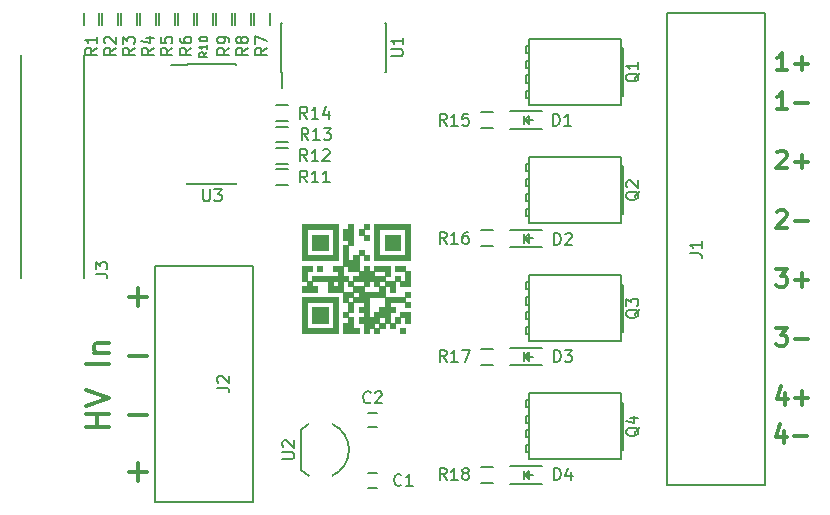
<source format=gbr>
G04 #@! TF.FileFunction,Legend,Top*
%FSLAX46Y46*%
G04 Gerber Fmt 4.6, Leading zero omitted, Abs format (unit mm)*
G04 Created by KiCad (PCBNEW 4.0.2+e4-6225~38~ubuntu14.04.1-stable) date Fri 29 Jul 2016 12:50:15 AM PDT*
%MOMM*%
G01*
G04 APERTURE LIST*
%ADD10C,0.100000*%
%ADD11C,0.300000*%
%ADD12C,0.150000*%
%ADD13C,0.152400*%
%ADD14C,0.010000*%
G04 APERTURE END LIST*
D10*
D11*
X110604762Y-105071429D02*
X108604762Y-105071429D01*
X109557143Y-105071429D02*
X109557143Y-103928571D01*
X110604762Y-103928571D02*
X108604762Y-103928571D01*
X108604762Y-103261905D02*
X110604762Y-102595238D01*
X108604762Y-101928571D01*
X110604762Y-99738095D02*
X108604762Y-99738095D01*
X109271429Y-98785714D02*
X110604762Y-98785714D01*
X109461905Y-98785714D02*
X109366667Y-98690475D01*
X109271429Y-98499999D01*
X109271429Y-98214285D01*
X109366667Y-98023809D01*
X109557143Y-97928571D01*
X110604762Y-97928571D01*
X112238095Y-104042857D02*
X113761905Y-104042857D01*
X112238095Y-99042857D02*
X113761905Y-99042857D01*
X112238095Y-94042857D02*
X113761905Y-94042857D01*
X113000000Y-94804762D02*
X113000000Y-93280952D01*
X112238095Y-108842857D02*
X113761905Y-108842857D01*
X113000000Y-109604762D02*
X113000000Y-108080952D01*
X168000000Y-74878571D02*
X167142857Y-74878571D01*
X167571429Y-74878571D02*
X167571429Y-73378571D01*
X167428572Y-73592857D01*
X167285714Y-73735714D01*
X167142857Y-73807143D01*
X168642857Y-74307143D02*
X169785714Y-74307143D01*
X169214285Y-74878571D02*
X169214285Y-73735714D01*
X168000000Y-78178571D02*
X167142857Y-78178571D01*
X167571429Y-78178571D02*
X167571429Y-76678571D01*
X167428572Y-76892857D01*
X167285714Y-77035714D01*
X167142857Y-77107143D01*
X168642857Y-77607143D02*
X169785714Y-77607143D01*
X167142857Y-81821429D02*
X167214286Y-81750000D01*
X167357143Y-81678571D01*
X167714286Y-81678571D01*
X167857143Y-81750000D01*
X167928572Y-81821429D01*
X168000000Y-81964286D01*
X168000000Y-82107143D01*
X167928572Y-82321429D01*
X167071429Y-83178571D01*
X168000000Y-83178571D01*
X168642857Y-82607143D02*
X169785714Y-82607143D01*
X169214285Y-83178571D02*
X169214285Y-82035714D01*
X167142857Y-86821429D02*
X167214286Y-86750000D01*
X167357143Y-86678571D01*
X167714286Y-86678571D01*
X167857143Y-86750000D01*
X167928572Y-86821429D01*
X168000000Y-86964286D01*
X168000000Y-87107143D01*
X167928572Y-87321429D01*
X167071429Y-88178571D01*
X168000000Y-88178571D01*
X168642857Y-87607143D02*
X169785714Y-87607143D01*
X167071429Y-91678571D02*
X168000000Y-91678571D01*
X167500000Y-92250000D01*
X167714286Y-92250000D01*
X167857143Y-92321429D01*
X167928572Y-92392857D01*
X168000000Y-92535714D01*
X168000000Y-92892857D01*
X167928572Y-93035714D01*
X167857143Y-93107143D01*
X167714286Y-93178571D01*
X167285714Y-93178571D01*
X167142857Y-93107143D01*
X167071429Y-93035714D01*
X168642857Y-92607143D02*
X169785714Y-92607143D01*
X169214285Y-93178571D02*
X169214285Y-92035714D01*
X167071429Y-96678571D02*
X168000000Y-96678571D01*
X167500000Y-97250000D01*
X167714286Y-97250000D01*
X167857143Y-97321429D01*
X167928572Y-97392857D01*
X168000000Y-97535714D01*
X168000000Y-97892857D01*
X167928572Y-98035714D01*
X167857143Y-98107143D01*
X167714286Y-98178571D01*
X167285714Y-98178571D01*
X167142857Y-98107143D01*
X167071429Y-98035714D01*
X168642857Y-97607143D02*
X169785714Y-97607143D01*
X167857143Y-102178571D02*
X167857143Y-103178571D01*
X167500000Y-101607143D02*
X167142857Y-102678571D01*
X168071429Y-102678571D01*
X168642857Y-102607143D02*
X169785714Y-102607143D01*
X169214285Y-103178571D02*
X169214285Y-102035714D01*
X167757143Y-105378571D02*
X167757143Y-106378571D01*
X167400000Y-104807143D02*
X167042857Y-105878571D01*
X167971429Y-105878571D01*
X168542857Y-105807143D02*
X169685714Y-105807143D01*
D12*
X108425000Y-71000000D02*
X108425000Y-70000000D01*
X109775000Y-70000000D02*
X109775000Y-71000000D01*
X110025000Y-71000000D02*
X110025000Y-70000000D01*
X111375000Y-70000000D02*
X111375000Y-71000000D01*
X111625000Y-71000000D02*
X111625000Y-70000000D01*
X112975000Y-70000000D02*
X112975000Y-71000000D01*
X113225000Y-71000000D02*
X113225000Y-70000000D01*
X114575000Y-70000000D02*
X114575000Y-71000000D01*
X114825000Y-71000000D02*
X114825000Y-70000000D01*
X116175000Y-70000000D02*
X116175000Y-71000000D01*
X116425000Y-71000000D02*
X116425000Y-70000000D01*
X117775000Y-70000000D02*
X117775000Y-71000000D01*
X153900000Y-73000000D02*
X154100000Y-73000000D01*
X154100000Y-73000000D02*
X154100000Y-77000000D01*
X154100000Y-77000000D02*
X153900000Y-77000000D01*
X146100000Y-76600000D02*
X145900000Y-76600000D01*
X145900000Y-76600000D02*
X145900000Y-77200000D01*
X145900000Y-77200000D02*
X146100000Y-77200000D01*
X146100000Y-75300000D02*
X145900000Y-75300000D01*
X145900000Y-75300000D02*
X145900000Y-75900000D01*
X145900000Y-75900000D02*
X146100000Y-75900000D01*
X146100000Y-74100000D02*
X145900000Y-74100000D01*
X145900000Y-74100000D02*
X145900000Y-74700000D01*
X145900000Y-74700000D02*
X146100000Y-74700000D01*
X146100000Y-72800000D02*
X145900000Y-72800000D01*
X145900000Y-72800000D02*
X145900000Y-73400000D01*
X145900000Y-73400000D02*
X146100000Y-73400000D01*
X153900000Y-72200000D02*
X153900000Y-77800000D01*
X153900000Y-77800000D02*
X146100000Y-77800000D01*
X146100000Y-77800000D02*
X146100000Y-72200000D01*
X146100000Y-72200000D02*
X153900000Y-72200000D01*
X153900000Y-83000000D02*
X154100000Y-83000000D01*
X154100000Y-83000000D02*
X154100000Y-87000000D01*
X154100000Y-87000000D02*
X153900000Y-87000000D01*
X146100000Y-86600000D02*
X145900000Y-86600000D01*
X145900000Y-86600000D02*
X145900000Y-87200000D01*
X145900000Y-87200000D02*
X146100000Y-87200000D01*
X146100000Y-85300000D02*
X145900000Y-85300000D01*
X145900000Y-85300000D02*
X145900000Y-85900000D01*
X145900000Y-85900000D02*
X146100000Y-85900000D01*
X146100000Y-84100000D02*
X145900000Y-84100000D01*
X145900000Y-84100000D02*
X145900000Y-84700000D01*
X145900000Y-84700000D02*
X146100000Y-84700000D01*
X146100000Y-82800000D02*
X145900000Y-82800000D01*
X145900000Y-82800000D02*
X145900000Y-83400000D01*
X145900000Y-83400000D02*
X146100000Y-83400000D01*
X153900000Y-82200000D02*
X153900000Y-87800000D01*
X153900000Y-87800000D02*
X146100000Y-87800000D01*
X146100000Y-87800000D02*
X146100000Y-82200000D01*
X146100000Y-82200000D02*
X153900000Y-82200000D01*
X153900000Y-93000000D02*
X154100000Y-93000000D01*
X154100000Y-93000000D02*
X154100000Y-97000000D01*
X154100000Y-97000000D02*
X153900000Y-97000000D01*
X146100000Y-96600000D02*
X145900000Y-96600000D01*
X145900000Y-96600000D02*
X145900000Y-97200000D01*
X145900000Y-97200000D02*
X146100000Y-97200000D01*
X146100000Y-95300000D02*
X145900000Y-95300000D01*
X145900000Y-95300000D02*
X145900000Y-95900000D01*
X145900000Y-95900000D02*
X146100000Y-95900000D01*
X146100000Y-94100000D02*
X145900000Y-94100000D01*
X145900000Y-94100000D02*
X145900000Y-94700000D01*
X145900000Y-94700000D02*
X146100000Y-94700000D01*
X146100000Y-92800000D02*
X145900000Y-92800000D01*
X145900000Y-92800000D02*
X145900000Y-93400000D01*
X145900000Y-93400000D02*
X146100000Y-93400000D01*
X153900000Y-92200000D02*
X153900000Y-97800000D01*
X153900000Y-97800000D02*
X146100000Y-97800000D01*
X146100000Y-97800000D02*
X146100000Y-92200000D01*
X146100000Y-92200000D02*
X153900000Y-92200000D01*
X153900000Y-103000000D02*
X154100000Y-103000000D01*
X154100000Y-103000000D02*
X154100000Y-107000000D01*
X154100000Y-107000000D02*
X153900000Y-107000000D01*
X146100000Y-106600000D02*
X145900000Y-106600000D01*
X145900000Y-106600000D02*
X145900000Y-107200000D01*
X145900000Y-107200000D02*
X146100000Y-107200000D01*
X146100000Y-105300000D02*
X145900000Y-105300000D01*
X145900000Y-105300000D02*
X145900000Y-105900000D01*
X145900000Y-105900000D02*
X146100000Y-105900000D01*
X146100000Y-104100000D02*
X145900000Y-104100000D01*
X145900000Y-104100000D02*
X145900000Y-104700000D01*
X145900000Y-104700000D02*
X146100000Y-104700000D01*
X146100000Y-102800000D02*
X145900000Y-102800000D01*
X145900000Y-102800000D02*
X145900000Y-103400000D01*
X145900000Y-103400000D02*
X146100000Y-103400000D01*
X153900000Y-102200000D02*
X153900000Y-107800000D01*
X153900000Y-107800000D02*
X146100000Y-107800000D01*
X146100000Y-107800000D02*
X146100000Y-102200000D01*
X146100000Y-102200000D02*
X153900000Y-102200000D01*
D13*
X166150000Y-70000000D02*
X166150000Y-110000000D01*
X157850000Y-70000000D02*
X157850000Y-110000000D01*
X157850000Y-110000000D02*
X166150000Y-110000000D01*
X157850000Y-70000000D02*
X166150000Y-70000000D01*
D12*
X124175000Y-70000000D02*
X124175000Y-71000000D01*
X122825000Y-71000000D02*
X122825000Y-70000000D01*
X122575000Y-70000000D02*
X122575000Y-71000000D01*
X121225000Y-71000000D02*
X121225000Y-70000000D01*
X120975000Y-70000000D02*
X120975000Y-71000000D01*
X119625000Y-71000000D02*
X119625000Y-70000000D01*
X119375000Y-70000000D02*
X119375000Y-71000000D01*
X118025000Y-71000000D02*
X118025000Y-70000000D01*
X125700000Y-84575000D02*
X124700000Y-84575000D01*
X124700000Y-83225000D02*
X125700000Y-83225000D01*
X125700000Y-82775000D02*
X124700000Y-82775000D01*
X124700000Y-81425000D02*
X125700000Y-81425000D01*
X125700000Y-80975000D02*
X124700000Y-80975000D01*
X124700000Y-79625000D02*
X125700000Y-79625000D01*
X125700000Y-79175000D02*
X124700000Y-79175000D01*
X124700000Y-77825000D02*
X125700000Y-77825000D01*
X127503010Y-104812305D02*
G75*
G03X126800000Y-105300000I996990J-2187695D01*
G01*
X127503010Y-109187695D02*
G75*
G02X126800000Y-108700000I996990J2187695D01*
G01*
X126800000Y-105300000D02*
X126800000Y-108700000D01*
X129495264Y-104816093D02*
G75*
G02X130900000Y-107000000I-995264J-2183907D01*
G01*
X129495264Y-109183907D02*
G75*
G03X130900000Y-107000000I-995264J2183907D01*
G01*
X117225000Y-74325000D02*
X117225000Y-74430000D01*
X121375000Y-74325000D02*
X121375000Y-74430000D01*
X121375000Y-84475000D02*
X121375000Y-84370000D01*
X117225000Y-84475000D02*
X117225000Y-84370000D01*
X117225000Y-74325000D02*
X121375000Y-74325000D01*
X117225000Y-84475000D02*
X121375000Y-84475000D01*
X117225000Y-74430000D02*
X115850000Y-74430000D01*
D13*
X114450000Y-111400000D02*
X114450000Y-91400000D01*
X122750000Y-111400000D02*
X122750000Y-91400000D01*
X122750000Y-91400000D02*
X114450000Y-91400000D01*
X122750000Y-111400000D02*
X114450000Y-111400000D01*
D12*
X103100000Y-92450000D02*
X103100000Y-73550000D01*
X108500000Y-92450000D02*
X108500000Y-73550000D01*
X132550000Y-109000000D02*
X133250000Y-109000000D01*
X133250000Y-110200000D02*
X132550000Y-110200000D01*
X132550000Y-103900000D02*
X133250000Y-103900000D01*
X133250000Y-105100000D02*
X132550000Y-105100000D01*
X125150000Y-74975000D02*
X125265000Y-74975000D01*
X125150000Y-70825000D02*
X125265000Y-70825000D01*
X134050000Y-70825000D02*
X133935000Y-70825000D01*
X134050000Y-74975000D02*
X133935000Y-74975000D01*
X125150000Y-74975000D02*
X125150000Y-70825000D01*
X134050000Y-74975000D02*
X134050000Y-70825000D01*
X125265000Y-74975000D02*
X125265000Y-76350000D01*
X144500000Y-79850000D02*
X147200000Y-79850000D01*
X144500000Y-78350000D02*
X147200000Y-78350000D01*
X146000000Y-79250000D02*
X146000000Y-79000000D01*
X146000000Y-79000000D02*
X145850000Y-79150000D01*
X145750000Y-78750000D02*
X145750000Y-79450000D01*
X146100000Y-79100000D02*
X146450000Y-79100000D01*
X145750000Y-79100000D02*
X146100000Y-78750000D01*
X146100000Y-78750000D02*
X146100000Y-79450000D01*
X146100000Y-79450000D02*
X145750000Y-79100000D01*
X144500000Y-89850000D02*
X147200000Y-89850000D01*
X144500000Y-88350000D02*
X147200000Y-88350000D01*
X146000000Y-89250000D02*
X146000000Y-89000000D01*
X146000000Y-89000000D02*
X145850000Y-89150000D01*
X145750000Y-88750000D02*
X145750000Y-89450000D01*
X146100000Y-89100000D02*
X146450000Y-89100000D01*
X145750000Y-89100000D02*
X146100000Y-88750000D01*
X146100000Y-88750000D02*
X146100000Y-89450000D01*
X146100000Y-89450000D02*
X145750000Y-89100000D01*
X144500000Y-99850000D02*
X147200000Y-99850000D01*
X144500000Y-98350000D02*
X147200000Y-98350000D01*
X146000000Y-99250000D02*
X146000000Y-99000000D01*
X146000000Y-99000000D02*
X145850000Y-99150000D01*
X145750000Y-98750000D02*
X145750000Y-99450000D01*
X146100000Y-99100000D02*
X146450000Y-99100000D01*
X145750000Y-99100000D02*
X146100000Y-98750000D01*
X146100000Y-98750000D02*
X146100000Y-99450000D01*
X146100000Y-99450000D02*
X145750000Y-99100000D01*
X144500000Y-109850000D02*
X147200000Y-109850000D01*
X144500000Y-108350000D02*
X147200000Y-108350000D01*
X146000000Y-109250000D02*
X146000000Y-109000000D01*
X146000000Y-109000000D02*
X145850000Y-109150000D01*
X145750000Y-108750000D02*
X145750000Y-109450000D01*
X146100000Y-109100000D02*
X146450000Y-109100000D01*
X145750000Y-109100000D02*
X146100000Y-108750000D01*
X146100000Y-108750000D02*
X146100000Y-109450000D01*
X146100000Y-109450000D02*
X145750000Y-109100000D01*
X142100000Y-78425000D02*
X143100000Y-78425000D01*
X143100000Y-79775000D02*
X142100000Y-79775000D01*
X142100000Y-88425000D02*
X143100000Y-88425000D01*
X143100000Y-89775000D02*
X142100000Y-89775000D01*
X142100000Y-98425000D02*
X143100000Y-98425000D01*
X143100000Y-99775000D02*
X142100000Y-99775000D01*
X142100000Y-108425000D02*
X143100000Y-108425000D01*
X143100000Y-109775000D02*
X142100000Y-109775000D01*
D14*
G36*
X129967241Y-97098275D02*
X126901724Y-97098275D01*
X126901724Y-94470689D01*
X127339655Y-94470689D01*
X127339655Y-96660344D01*
X129529310Y-96660344D01*
X129529310Y-94470689D01*
X127339655Y-94470689D01*
X126901724Y-94470689D01*
X126901724Y-94032758D01*
X129967241Y-94032758D01*
X129967241Y-97098275D01*
X129967241Y-97098275D01*
G37*
X129967241Y-97098275D02*
X126901724Y-97098275D01*
X126901724Y-94470689D01*
X127339655Y-94470689D01*
X127339655Y-96660344D01*
X129529310Y-96660344D01*
X129529310Y-94470689D01*
X127339655Y-94470689D01*
X126901724Y-94470689D01*
X126901724Y-94032758D01*
X129967241Y-94032758D01*
X129967241Y-97098275D01*
G36*
X131281034Y-96660344D02*
X131718965Y-96660344D01*
X131718965Y-97098275D01*
X130405172Y-97098275D01*
X130405172Y-96222413D01*
X130843103Y-96222413D01*
X130843103Y-95784482D01*
X131281034Y-95784482D01*
X131281034Y-96660344D01*
X131281034Y-96660344D01*
G37*
X131281034Y-96660344D02*
X131718965Y-96660344D01*
X131718965Y-97098275D01*
X130405172Y-97098275D01*
X130405172Y-96222413D01*
X130843103Y-96222413D01*
X130843103Y-95784482D01*
X131281034Y-95784482D01*
X131281034Y-96660344D01*
G36*
X134784482Y-96660344D02*
X134346551Y-96660344D01*
X134346551Y-96222413D01*
X134784482Y-96222413D01*
X134784482Y-96660344D01*
X134784482Y-96660344D01*
G37*
X134784482Y-96660344D02*
X134346551Y-96660344D01*
X134346551Y-96222413D01*
X134784482Y-96222413D01*
X134784482Y-96660344D01*
G36*
X135222413Y-95346551D02*
X136098275Y-95346551D01*
X136098275Y-96222413D01*
X135660344Y-96222413D01*
X135660344Y-95784482D01*
X135222413Y-95784482D01*
X135222413Y-95346551D01*
X135222413Y-95346551D01*
G37*
X135222413Y-95346551D02*
X136098275Y-95346551D01*
X136098275Y-96222413D01*
X135660344Y-96222413D01*
X135660344Y-95784482D01*
X135222413Y-95784482D01*
X135222413Y-95346551D01*
G36*
X130843103Y-95784482D02*
X130405172Y-95784482D01*
X130405172Y-95346551D01*
X130843103Y-95346551D01*
X130843103Y-95784482D01*
X130843103Y-95784482D01*
G37*
X130843103Y-95784482D02*
X130405172Y-95784482D01*
X130405172Y-95346551D01*
X130843103Y-95346551D01*
X130843103Y-95784482D01*
G36*
X136098275Y-94908620D02*
X135660344Y-94908620D01*
X135660344Y-94470689D01*
X136098275Y-94470689D01*
X136098275Y-94908620D01*
X136098275Y-94908620D01*
G37*
X136098275Y-94908620D02*
X135660344Y-94908620D01*
X135660344Y-94470689D01*
X136098275Y-94470689D01*
X136098275Y-94908620D01*
G36*
X136098275Y-94032758D02*
X135660344Y-94032758D01*
X135660344Y-93594827D01*
X136098275Y-93594827D01*
X136098275Y-94032758D01*
X136098275Y-94032758D01*
G37*
X136098275Y-94032758D02*
X135660344Y-94032758D01*
X135660344Y-93594827D01*
X136098275Y-93594827D01*
X136098275Y-94032758D01*
G36*
X136098275Y-93156896D02*
X135222413Y-93156896D01*
X135222413Y-92718965D01*
X135660344Y-92718965D01*
X135660344Y-91843103D01*
X136098275Y-91843103D01*
X136098275Y-93156896D01*
X136098275Y-93156896D01*
G37*
X136098275Y-93156896D02*
X135222413Y-93156896D01*
X135222413Y-92718965D01*
X135660344Y-92718965D01*
X135660344Y-91843103D01*
X136098275Y-91843103D01*
X136098275Y-93156896D01*
G36*
X127777586Y-91843103D02*
X127339655Y-91843103D01*
X127339655Y-92718965D01*
X126901724Y-92718965D01*
X126901724Y-91405172D01*
X127777586Y-91405172D01*
X127777586Y-91843103D01*
X127777586Y-91843103D01*
G37*
X127777586Y-91843103D02*
X127339655Y-91843103D01*
X127339655Y-92718965D01*
X126901724Y-92718965D01*
X126901724Y-91405172D01*
X127777586Y-91405172D01*
X127777586Y-91843103D01*
G36*
X135222413Y-92718965D02*
X134784482Y-92718965D01*
X134784482Y-92281034D01*
X135222413Y-92281034D01*
X135222413Y-92718965D01*
X135222413Y-92718965D01*
G37*
X135222413Y-92718965D02*
X134784482Y-92718965D01*
X134784482Y-92281034D01*
X135222413Y-92281034D01*
X135222413Y-92718965D01*
G36*
X135660344Y-91843103D02*
X134784482Y-91843103D01*
X134784482Y-91405172D01*
X135660344Y-91405172D01*
X135660344Y-91843103D01*
X135660344Y-91843103D01*
G37*
X135660344Y-91843103D02*
X134784482Y-91843103D01*
X134784482Y-91405172D01*
X135660344Y-91405172D01*
X135660344Y-91843103D01*
G36*
X132594827Y-90967241D02*
X132156896Y-90967241D01*
X132156896Y-90529310D01*
X132594827Y-90529310D01*
X132594827Y-90967241D01*
X132594827Y-90967241D01*
G37*
X132594827Y-90967241D02*
X132156896Y-90967241D01*
X132156896Y-90529310D01*
X132594827Y-90529310D01*
X132594827Y-90967241D01*
G36*
X132156896Y-90529310D02*
X131718965Y-90529310D01*
X131718965Y-90091379D01*
X132156896Y-90091379D01*
X132156896Y-90529310D01*
X132156896Y-90529310D01*
G37*
X132156896Y-90529310D02*
X131718965Y-90529310D01*
X131718965Y-90091379D01*
X132156896Y-90091379D01*
X132156896Y-90529310D01*
G36*
X131281034Y-89653448D02*
X130843103Y-89653448D01*
X130843103Y-89215517D01*
X130405172Y-89215517D01*
X130405172Y-88339655D01*
X130843103Y-88339655D01*
X130843103Y-87901724D01*
X131281034Y-87901724D01*
X131281034Y-89653448D01*
X131281034Y-89653448D01*
G37*
X131281034Y-89653448D02*
X130843103Y-89653448D01*
X130843103Y-89215517D01*
X130405172Y-89215517D01*
X130405172Y-88339655D01*
X130843103Y-88339655D01*
X130843103Y-87901724D01*
X131281034Y-87901724D01*
X131281034Y-89653448D01*
G36*
X127777586Y-93156896D02*
X128215517Y-93156896D01*
X128215517Y-93594827D01*
X126901724Y-93594827D01*
X126901724Y-93156896D01*
X127339655Y-93156896D01*
X127339655Y-92718965D01*
X127777586Y-92718965D01*
X127777586Y-93156896D01*
X127777586Y-93156896D01*
G37*
X127777586Y-93156896D02*
X128215517Y-93156896D01*
X128215517Y-93594827D01*
X126901724Y-93594827D01*
X126901724Y-93156896D01*
X127339655Y-93156896D01*
X127339655Y-92718965D01*
X127777586Y-92718965D01*
X127777586Y-93156896D01*
G36*
X135222413Y-96222413D02*
X134784482Y-96222413D01*
X134784482Y-95784482D01*
X135222413Y-95784482D01*
X135222413Y-96222413D01*
X135222413Y-96222413D01*
G37*
X135222413Y-96222413D02*
X134784482Y-96222413D01*
X134784482Y-95784482D01*
X135222413Y-95784482D01*
X135222413Y-96222413D01*
G36*
X135660344Y-94032758D02*
X135660344Y-94470689D01*
X134346551Y-94470689D01*
X134346551Y-94908620D01*
X134784482Y-94908620D01*
X134784482Y-95346551D01*
X134346551Y-95346551D01*
X134346551Y-96222413D01*
X133908620Y-96222413D01*
X133908620Y-96660344D01*
X133470689Y-96660344D01*
X133470689Y-97098275D01*
X133032758Y-97098275D01*
X133032758Y-96660344D01*
X132594827Y-96660344D01*
X132594827Y-97098275D01*
X132156896Y-97098275D01*
X132156896Y-96222413D01*
X133032758Y-96222413D01*
X133032758Y-96660344D01*
X133470689Y-96660344D01*
X133470689Y-96222413D01*
X133032758Y-96222413D01*
X132156896Y-96222413D01*
X131718965Y-96222413D01*
X131718965Y-95784482D01*
X132156896Y-95784482D01*
X132156896Y-95346551D01*
X131718965Y-95346551D01*
X131718965Y-94908620D01*
X132156896Y-94908620D01*
X132156896Y-94470689D01*
X131281034Y-94470689D01*
X131281034Y-95346551D01*
X130843103Y-95346551D01*
X130843103Y-94470689D01*
X130405172Y-94470689D01*
X130405172Y-94032758D01*
X130843103Y-94032758D01*
X130843103Y-94470689D01*
X131281034Y-94470689D01*
X131281034Y-94032758D01*
X130843103Y-94032758D01*
X130405172Y-94032758D01*
X130405172Y-93594827D01*
X129091379Y-93594827D01*
X129091379Y-92718965D01*
X129529310Y-92718965D01*
X129529310Y-93156896D01*
X129967241Y-93156896D01*
X129967241Y-92718965D01*
X129529310Y-92718965D01*
X129091379Y-92718965D01*
X127777586Y-92718965D01*
X127777586Y-92281034D01*
X129967241Y-92281034D01*
X129967241Y-91843103D01*
X129529310Y-91843103D01*
X129529310Y-91405172D01*
X130405172Y-91405172D01*
X130405172Y-92281034D01*
X130843103Y-92281034D01*
X130843103Y-92718965D01*
X130405172Y-92718965D01*
X130405172Y-93594827D01*
X131281034Y-93594827D01*
X131281034Y-94032758D01*
X131718965Y-94032758D01*
X132594827Y-94032758D01*
X132594827Y-95784482D01*
X133032758Y-95784482D01*
X133470689Y-95784482D01*
X133470689Y-96222413D01*
X133908620Y-96222413D01*
X133908620Y-95784482D01*
X133470689Y-95784482D01*
X133032758Y-95784482D01*
X133032758Y-95346551D01*
X133470689Y-95346551D01*
X133470689Y-94908620D01*
X133908620Y-94908620D01*
X133908620Y-94032758D01*
X132594827Y-94032758D01*
X131718965Y-94032758D01*
X131718965Y-93594827D01*
X131281034Y-93594827D01*
X131281034Y-93156896D01*
X132156896Y-93156896D01*
X132156896Y-93594827D01*
X133470689Y-93594827D01*
X133470689Y-93156896D01*
X133032758Y-93156896D01*
X133032758Y-92718965D01*
X133470689Y-92718965D01*
X133470689Y-93156896D01*
X133908620Y-93156896D01*
X133908620Y-92718965D01*
X133470689Y-92718965D01*
X133032758Y-92718965D01*
X132594827Y-92718965D01*
X132594827Y-93156896D01*
X132156896Y-93156896D01*
X132156896Y-92718965D01*
X131281034Y-92718965D01*
X131281034Y-92281034D01*
X131718965Y-92281034D01*
X131718965Y-91843103D01*
X130843103Y-91843103D01*
X130843103Y-91405172D01*
X130405172Y-91405172D01*
X130405172Y-89653448D01*
X130843103Y-89653448D01*
X130843103Y-90967241D01*
X131281034Y-90967241D01*
X131281034Y-90529310D01*
X131718965Y-90529310D01*
X131718965Y-91843103D01*
X132156896Y-91843103D01*
X132156896Y-91405172D01*
X132594827Y-91405172D01*
X132594827Y-91843103D01*
X133032758Y-91843103D01*
X133032758Y-92281034D01*
X133908620Y-92281034D01*
X133908620Y-91843103D01*
X133032758Y-91843103D01*
X133032758Y-91405172D01*
X134346551Y-91405172D01*
X134346551Y-92281034D01*
X133908620Y-92281034D01*
X133908620Y-92718965D01*
X134784482Y-92718965D01*
X134784482Y-93594827D01*
X134346551Y-93594827D01*
X134346551Y-93156896D01*
X133908620Y-93156896D01*
X133908620Y-94032758D01*
X135660344Y-94032758D01*
X135660344Y-94032758D01*
G37*
X135660344Y-94032758D02*
X135660344Y-94470689D01*
X134346551Y-94470689D01*
X134346551Y-94908620D01*
X134784482Y-94908620D01*
X134784482Y-95346551D01*
X134346551Y-95346551D01*
X134346551Y-96222413D01*
X133908620Y-96222413D01*
X133908620Y-96660344D01*
X133470689Y-96660344D01*
X133470689Y-97098275D01*
X133032758Y-97098275D01*
X133032758Y-96660344D01*
X132594827Y-96660344D01*
X132594827Y-97098275D01*
X132156896Y-97098275D01*
X132156896Y-96222413D01*
X133032758Y-96222413D01*
X133032758Y-96660344D01*
X133470689Y-96660344D01*
X133470689Y-96222413D01*
X133032758Y-96222413D01*
X132156896Y-96222413D01*
X131718965Y-96222413D01*
X131718965Y-95784482D01*
X132156896Y-95784482D01*
X132156896Y-95346551D01*
X131718965Y-95346551D01*
X131718965Y-94908620D01*
X132156896Y-94908620D01*
X132156896Y-94470689D01*
X131281034Y-94470689D01*
X131281034Y-95346551D01*
X130843103Y-95346551D01*
X130843103Y-94470689D01*
X130405172Y-94470689D01*
X130405172Y-94032758D01*
X130843103Y-94032758D01*
X130843103Y-94470689D01*
X131281034Y-94470689D01*
X131281034Y-94032758D01*
X130843103Y-94032758D01*
X130405172Y-94032758D01*
X130405172Y-93594827D01*
X129091379Y-93594827D01*
X129091379Y-92718965D01*
X129529310Y-92718965D01*
X129529310Y-93156896D01*
X129967241Y-93156896D01*
X129967241Y-92718965D01*
X129529310Y-92718965D01*
X129091379Y-92718965D01*
X127777586Y-92718965D01*
X127777586Y-92281034D01*
X129967241Y-92281034D01*
X129967241Y-91843103D01*
X129529310Y-91843103D01*
X129529310Y-91405172D01*
X130405172Y-91405172D01*
X130405172Y-92281034D01*
X130843103Y-92281034D01*
X130843103Y-92718965D01*
X130405172Y-92718965D01*
X130405172Y-93594827D01*
X131281034Y-93594827D01*
X131281034Y-94032758D01*
X131718965Y-94032758D01*
X132594827Y-94032758D01*
X132594827Y-95784482D01*
X133032758Y-95784482D01*
X133470689Y-95784482D01*
X133470689Y-96222413D01*
X133908620Y-96222413D01*
X133908620Y-95784482D01*
X133470689Y-95784482D01*
X133032758Y-95784482D01*
X133032758Y-95346551D01*
X133470689Y-95346551D01*
X133470689Y-94908620D01*
X133908620Y-94908620D01*
X133908620Y-94032758D01*
X132594827Y-94032758D01*
X131718965Y-94032758D01*
X131718965Y-93594827D01*
X131281034Y-93594827D01*
X131281034Y-93156896D01*
X132156896Y-93156896D01*
X132156896Y-93594827D01*
X133470689Y-93594827D01*
X133470689Y-93156896D01*
X133032758Y-93156896D01*
X133032758Y-92718965D01*
X133470689Y-92718965D01*
X133470689Y-93156896D01*
X133908620Y-93156896D01*
X133908620Y-92718965D01*
X133470689Y-92718965D01*
X133032758Y-92718965D01*
X132594827Y-92718965D01*
X132594827Y-93156896D01*
X132156896Y-93156896D01*
X132156896Y-92718965D01*
X131281034Y-92718965D01*
X131281034Y-92281034D01*
X131718965Y-92281034D01*
X131718965Y-91843103D01*
X130843103Y-91843103D01*
X130843103Y-91405172D01*
X130405172Y-91405172D01*
X130405172Y-89653448D01*
X130843103Y-89653448D01*
X130843103Y-90967241D01*
X131281034Y-90967241D01*
X131281034Y-90529310D01*
X131718965Y-90529310D01*
X131718965Y-91843103D01*
X132156896Y-91843103D01*
X132156896Y-91405172D01*
X132594827Y-91405172D01*
X132594827Y-91843103D01*
X133032758Y-91843103D01*
X133032758Y-92281034D01*
X133908620Y-92281034D01*
X133908620Y-91843103D01*
X133032758Y-91843103D01*
X133032758Y-91405172D01*
X134346551Y-91405172D01*
X134346551Y-92281034D01*
X133908620Y-92281034D01*
X133908620Y-92718965D01*
X134784482Y-92718965D01*
X134784482Y-93594827D01*
X134346551Y-93594827D01*
X134346551Y-93156896D01*
X133908620Y-93156896D01*
X133908620Y-94032758D01*
X135660344Y-94032758D01*
G36*
X135660344Y-97098275D02*
X135222413Y-97098275D01*
X135222413Y-96660344D01*
X135660344Y-96660344D01*
X135660344Y-97098275D01*
X135660344Y-97098275D01*
G37*
X135660344Y-97098275D02*
X135222413Y-97098275D01*
X135222413Y-96660344D01*
X135660344Y-96660344D01*
X135660344Y-97098275D01*
G36*
X128653448Y-91843103D02*
X128215517Y-91843103D01*
X128215517Y-91405172D01*
X128653448Y-91405172D01*
X128653448Y-91843103D01*
X128653448Y-91843103D01*
G37*
X128653448Y-91843103D02*
X128215517Y-91843103D01*
X128215517Y-91405172D01*
X128653448Y-91405172D01*
X128653448Y-91843103D01*
G36*
X129967241Y-90967241D02*
X126901724Y-90967241D01*
X126901724Y-88339655D01*
X127339655Y-88339655D01*
X127339655Y-90529310D01*
X129529310Y-90529310D01*
X129529310Y-88339655D01*
X127339655Y-88339655D01*
X126901724Y-88339655D01*
X126901724Y-87901724D01*
X129967241Y-87901724D01*
X129967241Y-90967241D01*
X129967241Y-90967241D01*
G37*
X129967241Y-90967241D02*
X126901724Y-90967241D01*
X126901724Y-88339655D01*
X127339655Y-88339655D01*
X127339655Y-90529310D01*
X129529310Y-90529310D01*
X129529310Y-88339655D01*
X127339655Y-88339655D01*
X126901724Y-88339655D01*
X126901724Y-87901724D01*
X129967241Y-87901724D01*
X129967241Y-90967241D01*
G36*
X136098275Y-90967241D02*
X133032758Y-90967241D01*
X133032758Y-88339655D01*
X133470689Y-88339655D01*
X133470689Y-90529310D01*
X135660344Y-90529310D01*
X135660344Y-88339655D01*
X133470689Y-88339655D01*
X133032758Y-88339655D01*
X133032758Y-87901724D01*
X136098275Y-87901724D01*
X136098275Y-90967241D01*
X136098275Y-90967241D01*
G37*
X136098275Y-90967241D02*
X133032758Y-90967241D01*
X133032758Y-88339655D01*
X133470689Y-88339655D01*
X133470689Y-90529310D01*
X135660344Y-90529310D01*
X135660344Y-88339655D01*
X133470689Y-88339655D01*
X133032758Y-88339655D01*
X133032758Y-87901724D01*
X136098275Y-87901724D01*
X136098275Y-90967241D01*
G36*
X132594827Y-89215517D02*
X132156896Y-89215517D01*
X132156896Y-88777586D01*
X132594827Y-88777586D01*
X132594827Y-89215517D01*
X132594827Y-89215517D01*
G37*
X132594827Y-89215517D02*
X132156896Y-89215517D01*
X132156896Y-88777586D01*
X132594827Y-88777586D01*
X132594827Y-89215517D01*
G36*
X132156896Y-88777586D02*
X131718965Y-88777586D01*
X131718965Y-88339655D01*
X132156896Y-88339655D01*
X132156896Y-88777586D01*
X132156896Y-88777586D01*
G37*
X132156896Y-88777586D02*
X131718965Y-88777586D01*
X131718965Y-88339655D01*
X132156896Y-88339655D01*
X132156896Y-88777586D01*
G36*
X132594827Y-88339655D02*
X132156896Y-88339655D01*
X132156896Y-87901724D01*
X132594827Y-87901724D01*
X132594827Y-88339655D01*
X132594827Y-88339655D01*
G37*
X132594827Y-88339655D02*
X132156896Y-88339655D01*
X132156896Y-87901724D01*
X132594827Y-87901724D01*
X132594827Y-88339655D01*
G36*
X129091379Y-96222413D02*
X127777586Y-96222413D01*
X127777586Y-94908620D01*
X129091379Y-94908620D01*
X129091379Y-96222413D01*
X129091379Y-96222413D01*
G37*
X129091379Y-96222413D02*
X127777586Y-96222413D01*
X127777586Y-94908620D01*
X129091379Y-94908620D01*
X129091379Y-96222413D01*
G36*
X131281034Y-93156896D02*
X130843103Y-93156896D01*
X130843103Y-92718965D01*
X131281034Y-92718965D01*
X131281034Y-93156896D01*
X131281034Y-93156896D01*
G37*
X131281034Y-93156896D02*
X130843103Y-93156896D01*
X130843103Y-92718965D01*
X131281034Y-92718965D01*
X131281034Y-93156896D01*
G36*
X129091379Y-90091379D02*
X127777586Y-90091379D01*
X127777586Y-88777586D01*
X129091379Y-88777586D01*
X129091379Y-90091379D01*
X129091379Y-90091379D01*
G37*
X129091379Y-90091379D02*
X127777586Y-90091379D01*
X127777586Y-88777586D01*
X129091379Y-88777586D01*
X129091379Y-90091379D01*
G36*
X135222413Y-90091379D02*
X133908620Y-90091379D01*
X133908620Y-88777586D01*
X135222413Y-88777586D01*
X135222413Y-90091379D01*
X135222413Y-90091379D01*
G37*
X135222413Y-90091379D02*
X133908620Y-90091379D01*
X133908620Y-88777586D01*
X135222413Y-88777586D01*
X135222413Y-90091379D01*
D12*
X109552381Y-72966666D02*
X109076190Y-73300000D01*
X109552381Y-73538095D02*
X108552381Y-73538095D01*
X108552381Y-73157142D01*
X108600000Y-73061904D01*
X108647619Y-73014285D01*
X108742857Y-72966666D01*
X108885714Y-72966666D01*
X108980952Y-73014285D01*
X109028571Y-73061904D01*
X109076190Y-73157142D01*
X109076190Y-73538095D01*
X109552381Y-72014285D02*
X109552381Y-72585714D01*
X109552381Y-72300000D02*
X108552381Y-72300000D01*
X108695238Y-72395238D01*
X108790476Y-72490476D01*
X108838095Y-72585714D01*
X111152381Y-72966666D02*
X110676190Y-73300000D01*
X111152381Y-73538095D02*
X110152381Y-73538095D01*
X110152381Y-73157142D01*
X110200000Y-73061904D01*
X110247619Y-73014285D01*
X110342857Y-72966666D01*
X110485714Y-72966666D01*
X110580952Y-73014285D01*
X110628571Y-73061904D01*
X110676190Y-73157142D01*
X110676190Y-73538095D01*
X110247619Y-72585714D02*
X110200000Y-72538095D01*
X110152381Y-72442857D01*
X110152381Y-72204761D01*
X110200000Y-72109523D01*
X110247619Y-72061904D01*
X110342857Y-72014285D01*
X110438095Y-72014285D01*
X110580952Y-72061904D01*
X111152381Y-72633333D01*
X111152381Y-72014285D01*
X112752381Y-72966666D02*
X112276190Y-73300000D01*
X112752381Y-73538095D02*
X111752381Y-73538095D01*
X111752381Y-73157142D01*
X111800000Y-73061904D01*
X111847619Y-73014285D01*
X111942857Y-72966666D01*
X112085714Y-72966666D01*
X112180952Y-73014285D01*
X112228571Y-73061904D01*
X112276190Y-73157142D01*
X112276190Y-73538095D01*
X111752381Y-72633333D02*
X111752381Y-72014285D01*
X112133333Y-72347619D01*
X112133333Y-72204761D01*
X112180952Y-72109523D01*
X112228571Y-72061904D01*
X112323810Y-72014285D01*
X112561905Y-72014285D01*
X112657143Y-72061904D01*
X112704762Y-72109523D01*
X112752381Y-72204761D01*
X112752381Y-72490476D01*
X112704762Y-72585714D01*
X112657143Y-72633333D01*
X114352381Y-72966666D02*
X113876190Y-73300000D01*
X114352381Y-73538095D02*
X113352381Y-73538095D01*
X113352381Y-73157142D01*
X113400000Y-73061904D01*
X113447619Y-73014285D01*
X113542857Y-72966666D01*
X113685714Y-72966666D01*
X113780952Y-73014285D01*
X113828571Y-73061904D01*
X113876190Y-73157142D01*
X113876190Y-73538095D01*
X113685714Y-72109523D02*
X114352381Y-72109523D01*
X113304762Y-72347619D02*
X114019048Y-72585714D01*
X114019048Y-71966666D01*
X115952381Y-72966666D02*
X115476190Y-73300000D01*
X115952381Y-73538095D02*
X114952381Y-73538095D01*
X114952381Y-73157142D01*
X115000000Y-73061904D01*
X115047619Y-73014285D01*
X115142857Y-72966666D01*
X115285714Y-72966666D01*
X115380952Y-73014285D01*
X115428571Y-73061904D01*
X115476190Y-73157142D01*
X115476190Y-73538095D01*
X114952381Y-72061904D02*
X114952381Y-72538095D01*
X115428571Y-72585714D01*
X115380952Y-72538095D01*
X115333333Y-72442857D01*
X115333333Y-72204761D01*
X115380952Y-72109523D01*
X115428571Y-72061904D01*
X115523810Y-72014285D01*
X115761905Y-72014285D01*
X115857143Y-72061904D01*
X115904762Y-72109523D01*
X115952381Y-72204761D01*
X115952381Y-72442857D01*
X115904762Y-72538095D01*
X115857143Y-72585714D01*
X117552381Y-72966666D02*
X117076190Y-73300000D01*
X117552381Y-73538095D02*
X116552381Y-73538095D01*
X116552381Y-73157142D01*
X116600000Y-73061904D01*
X116647619Y-73014285D01*
X116742857Y-72966666D01*
X116885714Y-72966666D01*
X116980952Y-73014285D01*
X117028571Y-73061904D01*
X117076190Y-73157142D01*
X117076190Y-73538095D01*
X116552381Y-72109523D02*
X116552381Y-72300000D01*
X116600000Y-72395238D01*
X116647619Y-72442857D01*
X116790476Y-72538095D01*
X116980952Y-72585714D01*
X117361905Y-72585714D01*
X117457143Y-72538095D01*
X117504762Y-72490476D01*
X117552381Y-72395238D01*
X117552381Y-72204761D01*
X117504762Y-72109523D01*
X117457143Y-72061904D01*
X117361905Y-72014285D01*
X117123810Y-72014285D01*
X117028571Y-72061904D01*
X116980952Y-72109523D01*
X116933333Y-72204761D01*
X116933333Y-72395238D01*
X116980952Y-72490476D01*
X117028571Y-72538095D01*
X117123810Y-72585714D01*
X155472619Y-75095238D02*
X155425000Y-75190476D01*
X155329762Y-75285714D01*
X155186905Y-75428571D01*
X155139286Y-75523810D01*
X155139286Y-75619048D01*
X155377381Y-75571429D02*
X155329762Y-75666667D01*
X155234524Y-75761905D01*
X155044048Y-75809524D01*
X154710714Y-75809524D01*
X154520238Y-75761905D01*
X154425000Y-75666667D01*
X154377381Y-75571429D01*
X154377381Y-75380952D01*
X154425000Y-75285714D01*
X154520238Y-75190476D01*
X154710714Y-75142857D01*
X155044048Y-75142857D01*
X155234524Y-75190476D01*
X155329762Y-75285714D01*
X155377381Y-75380952D01*
X155377381Y-75571429D01*
X155377381Y-74190476D02*
X155377381Y-74761905D01*
X155377381Y-74476191D02*
X154377381Y-74476191D01*
X154520238Y-74571429D01*
X154615476Y-74666667D01*
X154663095Y-74761905D01*
X155472619Y-85095238D02*
X155425000Y-85190476D01*
X155329762Y-85285714D01*
X155186905Y-85428571D01*
X155139286Y-85523810D01*
X155139286Y-85619048D01*
X155377381Y-85571429D02*
X155329762Y-85666667D01*
X155234524Y-85761905D01*
X155044048Y-85809524D01*
X154710714Y-85809524D01*
X154520238Y-85761905D01*
X154425000Y-85666667D01*
X154377381Y-85571429D01*
X154377381Y-85380952D01*
X154425000Y-85285714D01*
X154520238Y-85190476D01*
X154710714Y-85142857D01*
X155044048Y-85142857D01*
X155234524Y-85190476D01*
X155329762Y-85285714D01*
X155377381Y-85380952D01*
X155377381Y-85571429D01*
X154472619Y-84761905D02*
X154425000Y-84714286D01*
X154377381Y-84619048D01*
X154377381Y-84380952D01*
X154425000Y-84285714D01*
X154472619Y-84238095D01*
X154567857Y-84190476D01*
X154663095Y-84190476D01*
X154805952Y-84238095D01*
X155377381Y-84809524D01*
X155377381Y-84190476D01*
X155472619Y-95095238D02*
X155425000Y-95190476D01*
X155329762Y-95285714D01*
X155186905Y-95428571D01*
X155139286Y-95523810D01*
X155139286Y-95619048D01*
X155377381Y-95571429D02*
X155329762Y-95666667D01*
X155234524Y-95761905D01*
X155044048Y-95809524D01*
X154710714Y-95809524D01*
X154520238Y-95761905D01*
X154425000Y-95666667D01*
X154377381Y-95571429D01*
X154377381Y-95380952D01*
X154425000Y-95285714D01*
X154520238Y-95190476D01*
X154710714Y-95142857D01*
X155044048Y-95142857D01*
X155234524Y-95190476D01*
X155329762Y-95285714D01*
X155377381Y-95380952D01*
X155377381Y-95571429D01*
X154377381Y-94809524D02*
X154377381Y-94190476D01*
X154758333Y-94523810D01*
X154758333Y-94380952D01*
X154805952Y-94285714D01*
X154853571Y-94238095D01*
X154948810Y-94190476D01*
X155186905Y-94190476D01*
X155282143Y-94238095D01*
X155329762Y-94285714D01*
X155377381Y-94380952D01*
X155377381Y-94666667D01*
X155329762Y-94761905D01*
X155282143Y-94809524D01*
X155472619Y-105095238D02*
X155425000Y-105190476D01*
X155329762Y-105285714D01*
X155186905Y-105428571D01*
X155139286Y-105523810D01*
X155139286Y-105619048D01*
X155377381Y-105571429D02*
X155329762Y-105666667D01*
X155234524Y-105761905D01*
X155044048Y-105809524D01*
X154710714Y-105809524D01*
X154520238Y-105761905D01*
X154425000Y-105666667D01*
X154377381Y-105571429D01*
X154377381Y-105380952D01*
X154425000Y-105285714D01*
X154520238Y-105190476D01*
X154710714Y-105142857D01*
X155044048Y-105142857D01*
X155234524Y-105190476D01*
X155329762Y-105285714D01*
X155377381Y-105380952D01*
X155377381Y-105571429D01*
X154710714Y-104285714D02*
X155377381Y-104285714D01*
X154329762Y-104523810D02*
X155044048Y-104761905D01*
X155044048Y-104142857D01*
X159752381Y-90333333D02*
X160466667Y-90333333D01*
X160609524Y-90380953D01*
X160704762Y-90476191D01*
X160752381Y-90619048D01*
X160752381Y-90714286D01*
X160752381Y-89333333D02*
X160752381Y-89904762D01*
X160752381Y-89619048D02*
X159752381Y-89619048D01*
X159895238Y-89714286D01*
X159990476Y-89809524D01*
X160038095Y-89904762D01*
X123952381Y-72966666D02*
X123476190Y-73300000D01*
X123952381Y-73538095D02*
X122952381Y-73538095D01*
X122952381Y-73157142D01*
X123000000Y-73061904D01*
X123047619Y-73014285D01*
X123142857Y-72966666D01*
X123285714Y-72966666D01*
X123380952Y-73014285D01*
X123428571Y-73061904D01*
X123476190Y-73157142D01*
X123476190Y-73538095D01*
X122952381Y-72633333D02*
X122952381Y-71966666D01*
X123952381Y-72395238D01*
X122352381Y-72966666D02*
X121876190Y-73300000D01*
X122352381Y-73538095D02*
X121352381Y-73538095D01*
X121352381Y-73157142D01*
X121400000Y-73061904D01*
X121447619Y-73014285D01*
X121542857Y-72966666D01*
X121685714Y-72966666D01*
X121780952Y-73014285D01*
X121828571Y-73061904D01*
X121876190Y-73157142D01*
X121876190Y-73538095D01*
X121780952Y-72395238D02*
X121733333Y-72490476D01*
X121685714Y-72538095D01*
X121590476Y-72585714D01*
X121542857Y-72585714D01*
X121447619Y-72538095D01*
X121400000Y-72490476D01*
X121352381Y-72395238D01*
X121352381Y-72204761D01*
X121400000Y-72109523D01*
X121447619Y-72061904D01*
X121542857Y-72014285D01*
X121590476Y-72014285D01*
X121685714Y-72061904D01*
X121733333Y-72109523D01*
X121780952Y-72204761D01*
X121780952Y-72395238D01*
X121828571Y-72490476D01*
X121876190Y-72538095D01*
X121971429Y-72585714D01*
X122161905Y-72585714D01*
X122257143Y-72538095D01*
X122304762Y-72490476D01*
X122352381Y-72395238D01*
X122352381Y-72204761D01*
X122304762Y-72109523D01*
X122257143Y-72061904D01*
X122161905Y-72014285D01*
X121971429Y-72014285D01*
X121876190Y-72061904D01*
X121828571Y-72109523D01*
X121780952Y-72204761D01*
X120752381Y-72966666D02*
X120276190Y-73300000D01*
X120752381Y-73538095D02*
X119752381Y-73538095D01*
X119752381Y-73157142D01*
X119800000Y-73061904D01*
X119847619Y-73014285D01*
X119942857Y-72966666D01*
X120085714Y-72966666D01*
X120180952Y-73014285D01*
X120228571Y-73061904D01*
X120276190Y-73157142D01*
X120276190Y-73538095D01*
X120752381Y-72490476D02*
X120752381Y-72300000D01*
X120704762Y-72204761D01*
X120657143Y-72157142D01*
X120514286Y-72061904D01*
X120323810Y-72014285D01*
X119942857Y-72014285D01*
X119847619Y-72061904D01*
X119800000Y-72109523D01*
X119752381Y-72204761D01*
X119752381Y-72395238D01*
X119800000Y-72490476D01*
X119847619Y-72538095D01*
X119942857Y-72585714D01*
X120180952Y-72585714D01*
X120276190Y-72538095D01*
X120323810Y-72490476D01*
X120371429Y-72395238D01*
X120371429Y-72204761D01*
X120323810Y-72109523D01*
X120276190Y-72061904D01*
X120180952Y-72014285D01*
X118916667Y-73350000D02*
X118583333Y-73583334D01*
X118916667Y-73750000D02*
X118216667Y-73750000D01*
X118216667Y-73483334D01*
X118250000Y-73416667D01*
X118283333Y-73383334D01*
X118350000Y-73350000D01*
X118450000Y-73350000D01*
X118516667Y-73383334D01*
X118550000Y-73416667D01*
X118583333Y-73483334D01*
X118583333Y-73750000D01*
X118916667Y-72683334D02*
X118916667Y-73083334D01*
X118916667Y-72883334D02*
X118216667Y-72883334D01*
X118316667Y-72950000D01*
X118383333Y-73016667D01*
X118416667Y-73083334D01*
X118216667Y-72250000D02*
X118216667Y-72183333D01*
X118250000Y-72116667D01*
X118283333Y-72083333D01*
X118350000Y-72050000D01*
X118483333Y-72016667D01*
X118650000Y-72016667D01*
X118783333Y-72050000D01*
X118850000Y-72083333D01*
X118883333Y-72116667D01*
X118916667Y-72183333D01*
X118916667Y-72250000D01*
X118883333Y-72316667D01*
X118850000Y-72350000D01*
X118783333Y-72383333D01*
X118650000Y-72416667D01*
X118483333Y-72416667D01*
X118350000Y-72383333D01*
X118283333Y-72350000D01*
X118250000Y-72316667D01*
X118216667Y-72250000D01*
X127357143Y-84352381D02*
X127023809Y-83876190D01*
X126785714Y-84352381D02*
X126785714Y-83352381D01*
X127166667Y-83352381D01*
X127261905Y-83400000D01*
X127309524Y-83447619D01*
X127357143Y-83542857D01*
X127357143Y-83685714D01*
X127309524Y-83780952D01*
X127261905Y-83828571D01*
X127166667Y-83876190D01*
X126785714Y-83876190D01*
X128309524Y-84352381D02*
X127738095Y-84352381D01*
X128023809Y-84352381D02*
X128023809Y-83352381D01*
X127928571Y-83495238D01*
X127833333Y-83590476D01*
X127738095Y-83638095D01*
X129261905Y-84352381D02*
X128690476Y-84352381D01*
X128976190Y-84352381D02*
X128976190Y-83352381D01*
X128880952Y-83495238D01*
X128785714Y-83590476D01*
X128690476Y-83638095D01*
X127357143Y-82552381D02*
X127023809Y-82076190D01*
X126785714Y-82552381D02*
X126785714Y-81552381D01*
X127166667Y-81552381D01*
X127261905Y-81600000D01*
X127309524Y-81647619D01*
X127357143Y-81742857D01*
X127357143Y-81885714D01*
X127309524Y-81980952D01*
X127261905Y-82028571D01*
X127166667Y-82076190D01*
X126785714Y-82076190D01*
X128309524Y-82552381D02*
X127738095Y-82552381D01*
X128023809Y-82552381D02*
X128023809Y-81552381D01*
X127928571Y-81695238D01*
X127833333Y-81790476D01*
X127738095Y-81838095D01*
X128690476Y-81647619D02*
X128738095Y-81600000D01*
X128833333Y-81552381D01*
X129071429Y-81552381D01*
X129166667Y-81600000D01*
X129214286Y-81647619D01*
X129261905Y-81742857D01*
X129261905Y-81838095D01*
X129214286Y-81980952D01*
X128642857Y-82552381D01*
X129261905Y-82552381D01*
X127457143Y-80752381D02*
X127123809Y-80276190D01*
X126885714Y-80752381D02*
X126885714Y-79752381D01*
X127266667Y-79752381D01*
X127361905Y-79800000D01*
X127409524Y-79847619D01*
X127457143Y-79942857D01*
X127457143Y-80085714D01*
X127409524Y-80180952D01*
X127361905Y-80228571D01*
X127266667Y-80276190D01*
X126885714Y-80276190D01*
X128409524Y-80752381D02*
X127838095Y-80752381D01*
X128123809Y-80752381D02*
X128123809Y-79752381D01*
X128028571Y-79895238D01*
X127933333Y-79990476D01*
X127838095Y-80038095D01*
X128742857Y-79752381D02*
X129361905Y-79752381D01*
X129028571Y-80133333D01*
X129171429Y-80133333D01*
X129266667Y-80180952D01*
X129314286Y-80228571D01*
X129361905Y-80323810D01*
X129361905Y-80561905D01*
X129314286Y-80657143D01*
X129266667Y-80704762D01*
X129171429Y-80752381D01*
X128885714Y-80752381D01*
X128790476Y-80704762D01*
X128742857Y-80657143D01*
X127357143Y-78952381D02*
X127023809Y-78476190D01*
X126785714Y-78952381D02*
X126785714Y-77952381D01*
X127166667Y-77952381D01*
X127261905Y-78000000D01*
X127309524Y-78047619D01*
X127357143Y-78142857D01*
X127357143Y-78285714D01*
X127309524Y-78380952D01*
X127261905Y-78428571D01*
X127166667Y-78476190D01*
X126785714Y-78476190D01*
X128309524Y-78952381D02*
X127738095Y-78952381D01*
X128023809Y-78952381D02*
X128023809Y-77952381D01*
X127928571Y-78095238D01*
X127833333Y-78190476D01*
X127738095Y-78238095D01*
X129166667Y-78285714D02*
X129166667Y-78952381D01*
X128928571Y-77904762D02*
X128690476Y-78619048D01*
X129309524Y-78619048D01*
X125252381Y-107761905D02*
X126061905Y-107761905D01*
X126157143Y-107714286D01*
X126204762Y-107666667D01*
X126252381Y-107571429D01*
X126252381Y-107380952D01*
X126204762Y-107285714D01*
X126157143Y-107238095D01*
X126061905Y-107190476D01*
X125252381Y-107190476D01*
X125347619Y-106761905D02*
X125300000Y-106714286D01*
X125252381Y-106619048D01*
X125252381Y-106380952D01*
X125300000Y-106285714D01*
X125347619Y-106238095D01*
X125442857Y-106190476D01*
X125538095Y-106190476D01*
X125680952Y-106238095D01*
X126252381Y-106809524D01*
X126252381Y-106190476D01*
X118538095Y-84952381D02*
X118538095Y-85761905D01*
X118585714Y-85857143D01*
X118633333Y-85904762D01*
X118728571Y-85952381D01*
X118919048Y-85952381D01*
X119014286Y-85904762D01*
X119061905Y-85857143D01*
X119109524Y-85761905D01*
X119109524Y-84952381D01*
X119490476Y-84952381D02*
X120109524Y-84952381D01*
X119776190Y-85333333D01*
X119919048Y-85333333D01*
X120014286Y-85380952D01*
X120061905Y-85428571D01*
X120109524Y-85523810D01*
X120109524Y-85761905D01*
X120061905Y-85857143D01*
X120014286Y-85904762D01*
X119919048Y-85952381D01*
X119633333Y-85952381D01*
X119538095Y-85904762D01*
X119490476Y-85857143D01*
X119752381Y-101733333D02*
X120466667Y-101733333D01*
X120609524Y-101780953D01*
X120704762Y-101876191D01*
X120752381Y-102019048D01*
X120752381Y-102114286D01*
X119847619Y-101304762D02*
X119800000Y-101257143D01*
X119752381Y-101161905D01*
X119752381Y-100923809D01*
X119800000Y-100828571D01*
X119847619Y-100780952D01*
X119942857Y-100733333D01*
X120038095Y-100733333D01*
X120180952Y-100780952D01*
X120752381Y-101352381D01*
X120752381Y-100733333D01*
X109452381Y-92096333D02*
X110166667Y-92096333D01*
X110309524Y-92143953D01*
X110404762Y-92239191D01*
X110452381Y-92382048D01*
X110452381Y-92477286D01*
X109452381Y-91715381D02*
X109452381Y-91096333D01*
X109833333Y-91429667D01*
X109833333Y-91286809D01*
X109880952Y-91191571D01*
X109928571Y-91143952D01*
X110023810Y-91096333D01*
X110261905Y-91096333D01*
X110357143Y-91143952D01*
X110404762Y-91191571D01*
X110452381Y-91286809D01*
X110452381Y-91572524D01*
X110404762Y-91667762D01*
X110357143Y-91715381D01*
X135333334Y-109957143D02*
X135285715Y-110004762D01*
X135142858Y-110052381D01*
X135047620Y-110052381D01*
X134904762Y-110004762D01*
X134809524Y-109909524D01*
X134761905Y-109814286D01*
X134714286Y-109623810D01*
X134714286Y-109480952D01*
X134761905Y-109290476D01*
X134809524Y-109195238D01*
X134904762Y-109100000D01*
X135047620Y-109052381D01*
X135142858Y-109052381D01*
X135285715Y-109100000D01*
X135333334Y-109147619D01*
X136285715Y-110052381D02*
X135714286Y-110052381D01*
X136000000Y-110052381D02*
X136000000Y-109052381D01*
X135904762Y-109195238D01*
X135809524Y-109290476D01*
X135714286Y-109338095D01*
X132733334Y-102957143D02*
X132685715Y-103004762D01*
X132542858Y-103052381D01*
X132447620Y-103052381D01*
X132304762Y-103004762D01*
X132209524Y-102909524D01*
X132161905Y-102814286D01*
X132114286Y-102623810D01*
X132114286Y-102480952D01*
X132161905Y-102290476D01*
X132209524Y-102195238D01*
X132304762Y-102100000D01*
X132447620Y-102052381D01*
X132542858Y-102052381D01*
X132685715Y-102100000D01*
X132733334Y-102147619D01*
X133114286Y-102147619D02*
X133161905Y-102100000D01*
X133257143Y-102052381D01*
X133495239Y-102052381D01*
X133590477Y-102100000D01*
X133638096Y-102147619D01*
X133685715Y-102242857D01*
X133685715Y-102338095D01*
X133638096Y-102480952D01*
X133066667Y-103052381D01*
X133685715Y-103052381D01*
X134452381Y-73661905D02*
X135261905Y-73661905D01*
X135357143Y-73614286D01*
X135404762Y-73566667D01*
X135452381Y-73471429D01*
X135452381Y-73280952D01*
X135404762Y-73185714D01*
X135357143Y-73138095D01*
X135261905Y-73090476D01*
X134452381Y-73090476D01*
X135452381Y-72090476D02*
X135452381Y-72661905D01*
X135452381Y-72376191D02*
X134452381Y-72376191D01*
X134595238Y-72471429D01*
X134690476Y-72566667D01*
X134738095Y-72661905D01*
X148161905Y-79552381D02*
X148161905Y-78552381D01*
X148400000Y-78552381D01*
X148542858Y-78600000D01*
X148638096Y-78695238D01*
X148685715Y-78790476D01*
X148733334Y-78980952D01*
X148733334Y-79123810D01*
X148685715Y-79314286D01*
X148638096Y-79409524D01*
X148542858Y-79504762D01*
X148400000Y-79552381D01*
X148161905Y-79552381D01*
X149685715Y-79552381D02*
X149114286Y-79552381D01*
X149400000Y-79552381D02*
X149400000Y-78552381D01*
X149304762Y-78695238D01*
X149209524Y-78790476D01*
X149114286Y-78838095D01*
X148261905Y-89652381D02*
X148261905Y-88652381D01*
X148500000Y-88652381D01*
X148642858Y-88700000D01*
X148738096Y-88795238D01*
X148785715Y-88890476D01*
X148833334Y-89080952D01*
X148833334Y-89223810D01*
X148785715Y-89414286D01*
X148738096Y-89509524D01*
X148642858Y-89604762D01*
X148500000Y-89652381D01*
X148261905Y-89652381D01*
X149214286Y-88747619D02*
X149261905Y-88700000D01*
X149357143Y-88652381D01*
X149595239Y-88652381D01*
X149690477Y-88700000D01*
X149738096Y-88747619D01*
X149785715Y-88842857D01*
X149785715Y-88938095D01*
X149738096Y-89080952D01*
X149166667Y-89652381D01*
X149785715Y-89652381D01*
X148261905Y-99552381D02*
X148261905Y-98552381D01*
X148500000Y-98552381D01*
X148642858Y-98600000D01*
X148738096Y-98695238D01*
X148785715Y-98790476D01*
X148833334Y-98980952D01*
X148833334Y-99123810D01*
X148785715Y-99314286D01*
X148738096Y-99409524D01*
X148642858Y-99504762D01*
X148500000Y-99552381D01*
X148261905Y-99552381D01*
X149166667Y-98552381D02*
X149785715Y-98552381D01*
X149452381Y-98933333D01*
X149595239Y-98933333D01*
X149690477Y-98980952D01*
X149738096Y-99028571D01*
X149785715Y-99123810D01*
X149785715Y-99361905D01*
X149738096Y-99457143D01*
X149690477Y-99504762D01*
X149595239Y-99552381D01*
X149309524Y-99552381D01*
X149214286Y-99504762D01*
X149166667Y-99457143D01*
X148261905Y-109552381D02*
X148261905Y-108552381D01*
X148500000Y-108552381D01*
X148642858Y-108600000D01*
X148738096Y-108695238D01*
X148785715Y-108790476D01*
X148833334Y-108980952D01*
X148833334Y-109123810D01*
X148785715Y-109314286D01*
X148738096Y-109409524D01*
X148642858Y-109504762D01*
X148500000Y-109552381D01*
X148261905Y-109552381D01*
X149690477Y-108885714D02*
X149690477Y-109552381D01*
X149452381Y-108504762D02*
X149214286Y-109219048D01*
X149833334Y-109219048D01*
X139157143Y-79552381D02*
X138823809Y-79076190D01*
X138585714Y-79552381D02*
X138585714Y-78552381D01*
X138966667Y-78552381D01*
X139061905Y-78600000D01*
X139109524Y-78647619D01*
X139157143Y-78742857D01*
X139157143Y-78885714D01*
X139109524Y-78980952D01*
X139061905Y-79028571D01*
X138966667Y-79076190D01*
X138585714Y-79076190D01*
X140109524Y-79552381D02*
X139538095Y-79552381D01*
X139823809Y-79552381D02*
X139823809Y-78552381D01*
X139728571Y-78695238D01*
X139633333Y-78790476D01*
X139538095Y-78838095D01*
X141014286Y-78552381D02*
X140538095Y-78552381D01*
X140490476Y-79028571D01*
X140538095Y-78980952D01*
X140633333Y-78933333D01*
X140871429Y-78933333D01*
X140966667Y-78980952D01*
X141014286Y-79028571D01*
X141061905Y-79123810D01*
X141061905Y-79361905D01*
X141014286Y-79457143D01*
X140966667Y-79504762D01*
X140871429Y-79552381D01*
X140633333Y-79552381D01*
X140538095Y-79504762D01*
X140490476Y-79457143D01*
X139157143Y-89552381D02*
X138823809Y-89076190D01*
X138585714Y-89552381D02*
X138585714Y-88552381D01*
X138966667Y-88552381D01*
X139061905Y-88600000D01*
X139109524Y-88647619D01*
X139157143Y-88742857D01*
X139157143Y-88885714D01*
X139109524Y-88980952D01*
X139061905Y-89028571D01*
X138966667Y-89076190D01*
X138585714Y-89076190D01*
X140109524Y-89552381D02*
X139538095Y-89552381D01*
X139823809Y-89552381D02*
X139823809Y-88552381D01*
X139728571Y-88695238D01*
X139633333Y-88790476D01*
X139538095Y-88838095D01*
X140966667Y-88552381D02*
X140776190Y-88552381D01*
X140680952Y-88600000D01*
X140633333Y-88647619D01*
X140538095Y-88790476D01*
X140490476Y-88980952D01*
X140490476Y-89361905D01*
X140538095Y-89457143D01*
X140585714Y-89504762D01*
X140680952Y-89552381D01*
X140871429Y-89552381D01*
X140966667Y-89504762D01*
X141014286Y-89457143D01*
X141061905Y-89361905D01*
X141061905Y-89123810D01*
X141014286Y-89028571D01*
X140966667Y-88980952D01*
X140871429Y-88933333D01*
X140680952Y-88933333D01*
X140585714Y-88980952D01*
X140538095Y-89028571D01*
X140490476Y-89123810D01*
X139157143Y-99552381D02*
X138823809Y-99076190D01*
X138585714Y-99552381D02*
X138585714Y-98552381D01*
X138966667Y-98552381D01*
X139061905Y-98600000D01*
X139109524Y-98647619D01*
X139157143Y-98742857D01*
X139157143Y-98885714D01*
X139109524Y-98980952D01*
X139061905Y-99028571D01*
X138966667Y-99076190D01*
X138585714Y-99076190D01*
X140109524Y-99552381D02*
X139538095Y-99552381D01*
X139823809Y-99552381D02*
X139823809Y-98552381D01*
X139728571Y-98695238D01*
X139633333Y-98790476D01*
X139538095Y-98838095D01*
X140442857Y-98552381D02*
X141109524Y-98552381D01*
X140680952Y-99552381D01*
X139157143Y-109552381D02*
X138823809Y-109076190D01*
X138585714Y-109552381D02*
X138585714Y-108552381D01*
X138966667Y-108552381D01*
X139061905Y-108600000D01*
X139109524Y-108647619D01*
X139157143Y-108742857D01*
X139157143Y-108885714D01*
X139109524Y-108980952D01*
X139061905Y-109028571D01*
X138966667Y-109076190D01*
X138585714Y-109076190D01*
X140109524Y-109552381D02*
X139538095Y-109552381D01*
X139823809Y-109552381D02*
X139823809Y-108552381D01*
X139728571Y-108695238D01*
X139633333Y-108790476D01*
X139538095Y-108838095D01*
X140680952Y-108980952D02*
X140585714Y-108933333D01*
X140538095Y-108885714D01*
X140490476Y-108790476D01*
X140490476Y-108742857D01*
X140538095Y-108647619D01*
X140585714Y-108600000D01*
X140680952Y-108552381D01*
X140871429Y-108552381D01*
X140966667Y-108600000D01*
X141014286Y-108647619D01*
X141061905Y-108742857D01*
X141061905Y-108790476D01*
X141014286Y-108885714D01*
X140966667Y-108933333D01*
X140871429Y-108980952D01*
X140680952Y-108980952D01*
X140585714Y-109028571D01*
X140538095Y-109076190D01*
X140490476Y-109171429D01*
X140490476Y-109361905D01*
X140538095Y-109457143D01*
X140585714Y-109504762D01*
X140680952Y-109552381D01*
X140871429Y-109552381D01*
X140966667Y-109504762D01*
X141014286Y-109457143D01*
X141061905Y-109361905D01*
X141061905Y-109171429D01*
X141014286Y-109076190D01*
X140966667Y-109028571D01*
X140871429Y-108980952D01*
M02*

</source>
